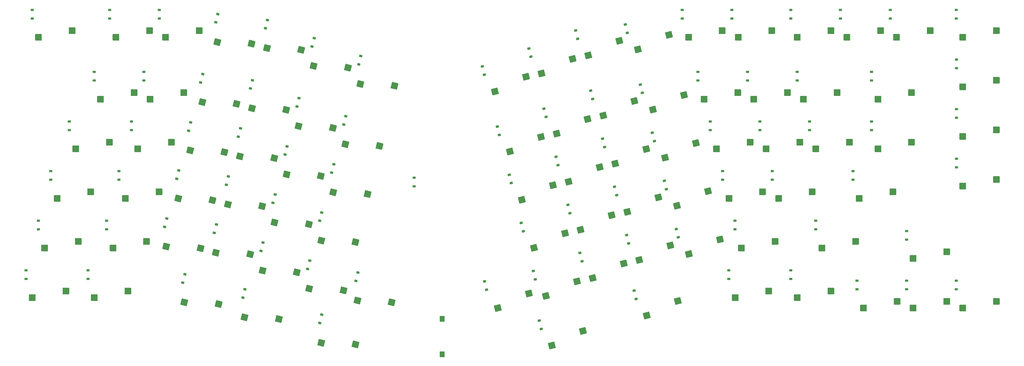
<source format=gbr>
%TF.GenerationSoftware,KiCad,Pcbnew,(7.0.0-0)*%
%TF.CreationDate,2023-04-21T13:34:59-07:00*%
%TF.ProjectId,redherring_v2,72656468-6572-4726-996e-675f76322e6b,rev?*%
%TF.SameCoordinates,Original*%
%TF.FileFunction,Paste,Bot*%
%TF.FilePolarity,Positive*%
%FSLAX46Y46*%
G04 Gerber Fmt 4.6, Leading zero omitted, Abs format (unit mm)*
G04 Created by KiCad (PCBNEW (7.0.0-0)) date 2023-04-21 13:34:59*
%MOMM*%
%LPD*%
G01*
G04 APERTURE LIST*
G04 Aperture macros list*
%AMRoundRect*
0 Rectangle with rounded corners*
0 $1 Rounding radius*
0 $2 $3 $4 $5 $6 $7 $8 $9 X,Y pos of 4 corners*
0 Add a 4 corners polygon primitive as box body*
4,1,4,$2,$3,$4,$5,$6,$7,$8,$9,$2,$3,0*
0 Add four circle primitives for the rounded corners*
1,1,$1+$1,$2,$3*
1,1,$1+$1,$4,$5*
1,1,$1+$1,$6,$7*
1,1,$1+$1,$8,$9*
0 Add four rect primitives between the rounded corners*
20,1,$1+$1,$2,$3,$4,$5,0*
20,1,$1+$1,$4,$5,$6,$7,0*
20,1,$1+$1,$6,$7,$8,$9,0*
20,1,$1+$1,$8,$9,$2,$3,0*%
%AMFreePoly0*
4,1,13,-1.275000,1.000000,-1.255970,1.095671,-1.201777,1.176777,-1.120671,1.230970,-1.025000,1.250000,1.275000,1.250000,1.275000,-1.250000,-1.025000,-1.250000,-1.120671,-1.230970,-1.201777,-1.176777,-1.255970,-1.095671,-1.275000,-1.000000,-1.275000,1.000000,-1.275000,1.000000,$1*%
%AMFreePoly1*
4,1,13,-1.275000,1.250000,1.025000,1.250000,1.120671,1.230970,1.201777,1.176777,1.255970,1.095671,1.275000,1.000000,1.275000,-1.000000,1.255970,-1.095671,1.201777,-1.176777,1.120671,-1.230970,1.025000,-1.250000,-1.275000,-1.250000,-1.275000,1.250000,-1.275000,1.250000,$1*%
G04 Aperture macros list end*
%ADD10RoundRect,0.225000X-0.418293X0.127596X-0.309428X-0.309037X0.418293X-0.127596X0.309428X0.309037X0*%
%ADD11RoundRect,0.225000X-0.375000X0.225000X-0.375000X-0.225000X0.375000X-0.225000X0.375000X0.225000X0*%
%ADD12FreePoly0,180.000000*%
%ADD13FreePoly1,180.000000*%
%ADD14FreePoly0,194.000000*%
%ADD15FreePoly1,194.000000*%
%ADD16RoundRect,0.225000X-0.309428X0.309037X-0.418293X-0.127596X0.309428X-0.309037X0.418293X0.127596X0*%
%ADD17FreePoly0,166.000000*%
%ADD18FreePoly1,166.000000*%
%ADD19R,1.955800X2.311400*%
G04 APERTURE END LIST*
D10*
%TO.C,D49*%
X223678420Y-152535635D03*
X224476762Y-155737611D03*
%TD*%
D11*
%TO.C,D68*%
X353492500Y-76080000D03*
X353492500Y-79380000D03*
%TD*%
D10*
%TO.C,D9*%
X239907933Y-60139810D03*
X240706275Y-63341786D03*
%TD*%
%TO.C,D18*%
X227760641Y-90164106D03*
X228558983Y-93366082D03*
%TD*%
D12*
%TO.C,SW84*%
X314063749Y-160244999D03*
D13*
X301136749Y-162784999D03*
%TD*%
D10*
%TO.C,D60*%
X278554745Y-136399282D03*
X279353087Y-139601258D03*
%TD*%
D14*
%TO.C,SW49*%
X240470222Y-156527267D03*
D15*
X228541691Y-162119142D03*
%TD*%
D16*
%TO.C,D24*%
X111298555Y-97729111D03*
X110500213Y-100931087D03*
%TD*%
D17*
%TO.C,SW25*%
X142166374Y-116067904D03*
D18*
X129008879Y-115405131D03*
%TD*%
D10*
%TO.C,D48*%
X204949302Y-156491552D03*
X205747644Y-159693528D03*
%TD*%
%TO.C,D28*%
X232369253Y-108648239D03*
X233167595Y-111850215D03*
%TD*%
D11*
%TO.C,D88*%
X386036250Y-156248750D03*
X386036250Y-159548750D03*
%TD*%
%TO.C,D11*%
X55200840Y-76080000D03*
X55200840Y-79380000D03*
%TD*%
D16*
%TO.C,D16*%
X151723281Y-93083235D03*
X150924939Y-96285211D03*
%TD*%
D12*
%TO.C,SW87*%
X382326249Y-164213749D03*
D13*
X369399249Y-166753749D03*
%TD*%
D11*
%TO.C,D12*%
X74250840Y-76080000D03*
X74250840Y-79380000D03*
%TD*%
%TO.C,D52*%
X29007090Y-152280000D03*
X29007090Y-155580000D03*
%TD*%
D14*
%TO.C,SW8*%
X238791678Y-71050571D03*
D15*
X226863147Y-76642446D03*
%TD*%
D16*
%TO.C,D5*%
X139582379Y-63101552D03*
X138784037Y-66303528D03*
%TD*%
D14*
%TO.C,SW27*%
X231252998Y-119559000D03*
D15*
X219324467Y-125150875D03*
%TD*%
D16*
%TO.C,D33*%
X87629733Y-113915149D03*
X86831391Y-117117125D03*
%TD*%
D11*
%TO.C,D70*%
X360655840Y-52295000D03*
X360655840Y-55595000D03*
%TD*%
D14*
%TO.C,SW17*%
X226644386Y-101074867D03*
D15*
X214715855Y-106666742D03*
%TD*%
D11*
%TO.C,D76*%
X296342500Y-114180000D03*
X296342500Y-117480000D03*
%TD*%
%TO.C,D65*%
X286817500Y-76080000D03*
X286817500Y-79380000D03*
%TD*%
D12*
%TO.C,SW32*%
X80065839Y-122144999D03*
D13*
X67138839Y-124684999D03*
%TD*%
D19*
%TO.C,LS1*%
X188741339Y-170920499D03*
X188741339Y-184509499D03*
%TD*%
D16*
%TO.C,D34*%
X106689943Y-116213244D03*
X105891601Y-119415220D03*
%TD*%
%TO.C,D47*%
X156381578Y-153144248D03*
X155583236Y-156346224D03*
%TD*%
D10*
%TO.C,D58*%
X262368706Y-160068105D03*
X263167048Y-163270081D03*
%TD*%
D11*
%TO.C,D22*%
X69488340Y-95130000D03*
X69488340Y-98430000D03*
%TD*%
D10*
%TO.C,D10*%
X258968143Y-57841715D03*
X259766485Y-61043691D03*
%TD*%
D12*
%TO.C,SW77*%
X330732499Y-122144999D03*
D13*
X317805499Y-124684999D03*
%TD*%
D12*
%TO.C,SW76*%
X311682499Y-122144999D03*
D13*
X298755499Y-124684999D03*
%TD*%
D14*
%TO.C,SW58*%
X279160508Y-164059737D03*
D15*
X267231977Y-169651612D03*
%TD*%
D16*
%TO.C,D44*%
X102081331Y-134697378D03*
X101282989Y-137899354D03*
%TD*%
D12*
%TO.C,SW42*%
X75303339Y-141194999D03*
D13*
X62376339Y-143734999D03*
%TD*%
D16*
%TO.C,D43*%
X83021120Y-132399282D03*
X82222778Y-135601258D03*
%TD*%
D11*
%TO.C,D72*%
X310630000Y-95130000D03*
X310630000Y-98430000D03*
%TD*%
D12*
%TO.C,SW80*%
X401376749Y-60231999D03*
D13*
X388449749Y-62771999D03*
%TD*%
D12*
%TO.C,SW12*%
X89590839Y-84044999D03*
D13*
X76663839Y-86584999D03*
%TD*%
D17*
%TO.C,SW23*%
X105198107Y-106850680D03*
D18*
X92040612Y-106187907D03*
%TD*%
D10*
%TO.C,D20*%
X264728908Y-80946882D03*
X265527250Y-84148858D03*
%TD*%
%TO.C,D7*%
X204091819Y-73978068D03*
X204890161Y-77180044D03*
%TD*%
D14*
%TO.C,SW48*%
X221986089Y-161135880D03*
D15*
X210057558Y-166727755D03*
%TD*%
D12*
%TO.C,SW82*%
X347401249Y-141194999D03*
D13*
X334474249Y-143734999D03*
%TD*%
D10*
%TO.C,D59*%
X259494534Y-138697378D03*
X260292876Y-141899354D03*
%TD*%
D11*
%TO.C,D71*%
X291580000Y-95130000D03*
X291580000Y-98430000D03*
%TD*%
D10*
%TO.C,D27*%
X214461196Y-115567368D03*
X215259538Y-118769344D03*
%TD*%
D12*
%TO.C,SW22*%
X84828339Y-103094999D03*
D13*
X71901339Y-105634999D03*
%TD*%
D11*
%TO.C,D53*%
X52819590Y-152280000D03*
X52819590Y-155580000D03*
%TD*%
D17*
%TO.C,SW36*%
X155465819Y-141471167D03*
D18*
X142308324Y-140808394D03*
%TD*%
D16*
%TO.C,D25*%
X129206612Y-104648239D03*
X128408270Y-107850215D03*
%TD*%
D11*
%TO.C,D66*%
X305867500Y-76080000D03*
X305867500Y-79380000D03*
%TD*%
D12*
%TO.C,SW41*%
X49109589Y-141194999D03*
D13*
X36182589Y-143734999D03*
%TD*%
D17*
%TO.C,SW14*%
X128866929Y-90664642D03*
D18*
X115709434Y-90001869D03*
%TD*%
D11*
%TO.C,D84*%
X298723750Y-152280000D03*
X298723750Y-155580000D03*
%TD*%
D10*
%TO.C,D40*%
X273946132Y-117915149D03*
X274744474Y-121117125D03*
%TD*%
D14*
%TO.C,SW10*%
X275759945Y-61833347D03*
D15*
X263831414Y-67425222D03*
%TD*%
D11*
%TO.C,D75*%
X386068840Y-90367000D03*
X386068840Y-93667000D03*
%TD*%
D16*
%TO.C,D55*%
X113070259Y-159524564D03*
X112271917Y-162726540D03*
%TD*%
D12*
%TO.C,SW21*%
X61015839Y-103094999D03*
D13*
X48088839Y-105634999D03*
%TD*%
D16*
%TO.C,D3*%
X102645840Y-53855000D03*
X101847498Y-57056976D03*
%TD*%
D14*
%TO.C,SW30*%
X286129322Y-103422647D03*
D15*
X274200791Y-109014522D03*
%TD*%
D12*
%TO.C,SW63*%
X337876249Y-60232499D03*
D13*
X324949249Y-62772499D03*
%TD*%
D14*
%TO.C,SW50*%
X258378279Y-149608139D03*
D15*
X246449748Y-155200014D03*
%TD*%
D16*
%TO.C,D36*%
X142506057Y-130051502D03*
X141707715Y-133253478D03*
%TD*%
D17*
%TO.C,SW33*%
X100589495Y-125334814D03*
D18*
X87432000Y-124672041D03*
%TD*%
D17*
%TO.C,SW16*%
X164683043Y-104502900D03*
D18*
X151525548Y-103840127D03*
%TD*%
D17*
%TO.C,SW55*%
X126030021Y-170944229D03*
D18*
X112872526Y-170281456D03*
%TD*%
D14*
%TO.C,SW38*%
X253769667Y-131124005D03*
D15*
X241841136Y-136715880D03*
%TD*%
D17*
%TO.C,SW35*%
X137557762Y-134552038D03*
D18*
X124400267Y-133889265D03*
%TD*%
D17*
%TO.C,SW13*%
X109806719Y-88366547D03*
D18*
X96649224Y-87703774D03*
%TD*%
D12*
%TO.C,SW53*%
X68159589Y-160244999D03*
D13*
X55232589Y-162784999D03*
%TD*%
D12*
%TO.C,SW66*%
X321207499Y-84044999D03*
D13*
X308280499Y-86584999D03*
%TD*%
D16*
%TO.C,D56*%
X142530899Y-169324075D03*
X141732557Y-172526051D03*
%TD*%
D12*
%TO.C,SW72*%
X325969999Y-103094999D03*
D13*
X313042999Y-105634999D03*
%TD*%
D16*
%TO.C,D4*%
X121667932Y-56139810D03*
X120869590Y-59341786D03*
%TD*%
D12*
%TO.C,SW62*%
X315238499Y-60232499D03*
D13*
X302311499Y-62772499D03*
%TD*%
D17*
%TO.C,SW3*%
X115567484Y-65261380D03*
D18*
X102409989Y-64598607D03*
%TD*%
D11*
%TO.C,D64*%
X341586250Y-52267500D03*
X341586250Y-55567500D03*
%TD*%
D12*
%TO.C,SW61*%
X296188499Y-60232499D03*
D13*
X283261499Y-62772499D03*
%TD*%
D12*
%TO.C,SW52*%
X44347089Y-160244999D03*
D13*
X31420089Y-162784999D03*
%TD*%
D11*
%TO.C,D77*%
X315392500Y-114180000D03*
X315392500Y-117480000D03*
%TD*%
D10*
%TO.C,D39*%
X254885922Y-120213244D03*
X255684264Y-123415220D03*
%TD*%
%TO.C,D30*%
X269337520Y-99431015D03*
X270135862Y-102632991D03*
%TD*%
%TO.C,D57*%
X225976516Y-171595846D03*
X226774858Y-174797822D03*
%TD*%
D16*
%TO.C,D14*%
X115907167Y-79244977D03*
X115108825Y-82446953D03*
%TD*%
D11*
%TO.C,D69*%
X386065840Y-71305000D03*
X386065840Y-74605000D03*
%TD*%
D17*
%TO.C,SW15*%
X146774986Y-97583771D03*
D18*
X133617491Y-96920998D03*
%TD*%
D11*
%TO.C,D2*%
X80156340Y-52267500D03*
X80156340Y-55567500D03*
%TD*%
%TO.C,D1*%
X61106340Y-52267500D03*
X61106340Y-55567500D03*
%TD*%
D14*
%TO.C,SW40*%
X290737934Y-121906781D03*
D15*
X278809403Y-127498656D03*
%TD*%
D12*
%TO.C,SW86*%
X363276249Y-164213749D03*
D13*
X350349249Y-166753749D03*
%TD*%
D14*
%TO.C,SW59*%
X276286336Y-142689010D03*
D15*
X264357805Y-148280885D03*
%TD*%
D12*
%TO.C,SW68*%
X368832499Y-84044999D03*
D13*
X355905499Y-86584999D03*
%TD*%
D12*
%TO.C,SW64*%
X356926249Y-60232499D03*
D13*
X343999249Y-62772499D03*
%TD*%
D17*
%TO.C,SW24*%
X124258317Y-109148776D03*
D18*
X111100822Y-108486003D03*
%TD*%
D12*
%TO.C,SW75*%
X401376749Y-98331999D03*
D13*
X388449749Y-100871999D03*
%TD*%
D11*
%TO.C,D67*%
X324917500Y-76080000D03*
X324917500Y-79380000D03*
%TD*%
D12*
%TO.C,SW78*%
X361688749Y-122144999D03*
D13*
X348761749Y-124684999D03*
%TD*%
D12*
%TO.C,SW74*%
X368832499Y-103094999D03*
D13*
X355905499Y-105634999D03*
%TD*%
D12*
%TO.C,SW70*%
X375976249Y-60231799D03*
D13*
X363049249Y-62771799D03*
%TD*%
D11*
%TO.C,D51*%
X31388340Y-52267500D03*
X31388340Y-55567500D03*
%TD*%
D14*
%TO.C,SW28*%
X249161055Y-112639871D03*
D15*
X237232524Y-118231746D03*
%TD*%
D10*
%TO.C,D19*%
X245668698Y-83244977D03*
X246467040Y-86446953D03*
%TD*%
D16*
%TO.C,D54*%
X89965092Y-153763799D03*
X89166750Y-156965775D03*
%TD*%
D12*
%TO.C,SW2*%
X95496339Y-60232499D03*
D13*
X82569339Y-62772499D03*
%TD*%
D10*
%TO.C,D8*%
X221999876Y-67058939D03*
X222798218Y-70260915D03*
%TD*%
D12*
%TO.C,SW88*%
X401376249Y-164213749D03*
D13*
X388449249Y-166753749D03*
%TD*%
D12*
%TO.C,SW1*%
X76446339Y-60232499D03*
D13*
X63519339Y-62772499D03*
%TD*%
D11*
%TO.C,D78*%
X346348750Y-114180000D03*
X346348750Y-117480000D03*
%TD*%
%TO.C,D74*%
X353492500Y-95130000D03*
X353492500Y-98430000D03*
%TD*%
D16*
%TO.C,D26*%
X147114669Y-111567368D03*
X146316327Y-114769344D03*
%TD*%
D11*
%TO.C,D85*%
X322536250Y-152280000D03*
X322536250Y-155580000D03*
%TD*%
%TO.C,D61*%
X280848500Y-52267500D03*
X280848500Y-55567500D03*
%TD*%
D14*
%TO.C,SW60*%
X295346547Y-140390914D03*
D15*
X283418016Y-145982789D03*
%TD*%
D17*
%TO.C,SW44*%
X115041093Y-146117043D03*
D18*
X101883598Y-145454270D03*
%TD*%
D10*
%TO.C,D38*%
X236977865Y-127132373D03*
X237776207Y-130334349D03*
%TD*%
D17*
%TO.C,SW34*%
X119649705Y-127632909D03*
D18*
X106492210Y-126970136D03*
%TD*%
D14*
%TO.C,SW18*%
X244552443Y-94155738D03*
D15*
X232623912Y-99747613D03*
%TD*%
D14*
%TO.C,SW9*%
X256699735Y-64131442D03*
D15*
X244771204Y-69723317D03*
%TD*%
D17*
%TO.C,SW56*%
X155490661Y-180743740D03*
D18*
X142333166Y-180080967D03*
%TD*%
D12*
%TO.C,SW83*%
X382326249Y-145163749D03*
D13*
X369399249Y-147703749D03*
%TD*%
D11*
%TO.C,D79*%
X386038840Y-109417000D03*
X386038840Y-112717000D03*
%TD*%
D17*
%TO.C,SW46*%
X150857207Y-159955300D03*
D18*
X137699712Y-159292527D03*
%TD*%
D17*
%TO.C,SW54*%
X102924854Y-165183464D03*
D18*
X89767359Y-164520691D03*
%TD*%
D16*
%TO.C,D46*%
X137897445Y-148535635D03*
X137099103Y-151737611D03*
%TD*%
D12*
%TO.C,SW67*%
X340257499Y-84044999D03*
D13*
X327330499Y-86584999D03*
%TD*%
D12*
%TO.C,SW71*%
X306919999Y-103094999D03*
D13*
X293992999Y-105634999D03*
%TD*%
D10*
%TO.C,D50*%
X241586477Y-145616507D03*
X242384819Y-148818483D03*
%TD*%
%TO.C,D17*%
X209852584Y-97083235D03*
X210650926Y-100285211D03*
%TD*%
D11*
%TO.C,D73*%
X329680000Y-95130000D03*
X329680000Y-98430000D03*
%TD*%
%TO.C,D32*%
X64725840Y-114180000D03*
X64725840Y-117480000D03*
%TD*%
D17*
%TO.C,SW5*%
X152535751Y-74478604D03*
D18*
X139378256Y-73815831D03*
%TD*%
D17*
%TO.C,SW43*%
X95980882Y-143818947D03*
D18*
X82823387Y-143156174D03*
%TD*%
D14*
%TO.C,SW7*%
X220883621Y-77969700D03*
D15*
X208955090Y-83561575D03*
%TD*%
D12*
%TO.C,SW11*%
X70540839Y-84044999D03*
D13*
X57613839Y-86584999D03*
%TD*%
D16*
%TO.C,D6*%
X157482379Y-70001552D03*
X156684037Y-73203528D03*
%TD*%
D10*
%TO.C,D29*%
X250277310Y-101729111D03*
X251075652Y-104931087D03*
%TD*%
D14*
%TO.C,SW29*%
X267069112Y-105720743D03*
D15*
X255140581Y-111312618D03*
%TD*%
D16*
%TO.C,D15*%
X133815224Y-86164106D03*
X133016882Y-89366082D03*
%TD*%
D11*
%TO.C,D31*%
X38532090Y-114180000D03*
X38532090Y-117480000D03*
%TD*%
D17*
%TO.C,SW47*%
X169341340Y-164563913D03*
D18*
X156183845Y-163901140D03*
%TD*%
D11*
%TO.C,D42*%
X59963340Y-133230000D03*
X59963340Y-136530000D03*
%TD*%
%TO.C,D21*%
X45675840Y-95130000D03*
X45675840Y-98430000D03*
%TD*%
D12*
%TO.C,SW73*%
X345019999Y-103094999D03*
D13*
X332092999Y-105634999D03*
%TD*%
D11*
%TO.C,D89*%
X177975840Y-116695000D03*
X177975840Y-119995000D03*
%TD*%
D12*
%TO.C,SW51*%
X46728339Y-60232499D03*
D13*
X33801339Y-62772499D03*
%TD*%
D11*
%TO.C,D87*%
X366986250Y-156248750D03*
X366986250Y-159548750D03*
%TD*%
%TO.C,D86*%
X347936250Y-156248750D03*
X347936250Y-159548750D03*
%TD*%
D14*
%TO.C,SW20*%
X281520710Y-84938514D03*
D15*
X269592179Y-90530389D03*
%TD*%
D17*
%TO.C,SW6*%
X170443808Y-81397733D03*
D18*
X157286313Y-80734960D03*
%TD*%
D11*
%TO.C,D83*%
X366986250Y-137198750D03*
X366986250Y-140498750D03*
%TD*%
%TO.C,D63*%
X322536250Y-52267500D03*
X322536250Y-55567500D03*
%TD*%
D12*
%TO.C,SW79*%
X401376749Y-117381999D03*
D13*
X388449749Y-119921999D03*
%TD*%
D12*
%TO.C,SW31*%
X53872089Y-122144999D03*
D13*
X40945089Y-124684999D03*
%TD*%
D14*
%TO.C,SW57*%
X242768318Y-175587478D03*
D15*
X230839787Y-181179353D03*
%TD*%
D11*
%TO.C,D81*%
X301105000Y-133230000D03*
X301105000Y-136530000D03*
%TD*%
D14*
%TO.C,SW19*%
X262460500Y-87236609D03*
D15*
X250531969Y-92828484D03*
%TD*%
D14*
%TO.C,SW39*%
X271677724Y-124204876D03*
D15*
X259749193Y-129796751D03*
%TD*%
D14*
%TO.C,SW37*%
X235861610Y-138043134D03*
D15*
X223933079Y-143635009D03*
%TD*%
D17*
%TO.C,SW45*%
X132949150Y-153036172D03*
D18*
X119791655Y-152373399D03*
%TD*%
D11*
%TO.C,D80*%
X385998840Y-52292000D03*
X385998840Y-55592000D03*
%TD*%
D12*
%TO.C,SW81*%
X316444999Y-141194999D03*
D13*
X303517999Y-143734999D03*
%TD*%
D10*
%TO.C,D37*%
X219069808Y-134051502D03*
X219868150Y-137253478D03*
%TD*%
D11*
%TO.C,D82*%
X332061250Y-133230000D03*
X332061250Y-136530000D03*
%TD*%
D17*
%TO.C,SW4*%
X134627694Y-67559475D03*
D18*
X121470199Y-66896702D03*
%TD*%
D16*
%TO.C,D13*%
X96846957Y-76946882D03*
X96048615Y-80148858D03*
%TD*%
D12*
%TO.C,SW65*%
X302157499Y-84044999D03*
D13*
X289230499Y-86584999D03*
%TD*%
D17*
%TO.C,SW26*%
X160074431Y-122987033D03*
D18*
X146916936Y-122324260D03*
%TD*%
D11*
%TO.C,D41*%
X33769590Y-133230000D03*
X33769590Y-136530000D03*
%TD*%
%TO.C,D62*%
X299898500Y-52267500D03*
X299898500Y-55567500D03*
%TD*%
D12*
%TO.C,SW69*%
X401376749Y-79281999D03*
D13*
X388449749Y-81821999D03*
%TD*%
D16*
%TO.C,D45*%
X119989388Y-141616507D03*
X119191046Y-144818483D03*
%TD*%
D12*
%TO.C,SW85*%
X337876249Y-160244999D03*
D13*
X324949249Y-162784999D03*
%TD*%
D16*
%TO.C,D35*%
X124598000Y-123132373D03*
X123799658Y-126334349D03*
%TD*%
%TO.C,D23*%
X92238345Y-95431015D03*
X91440003Y-98632991D03*
%TD*%
M02*

</source>
